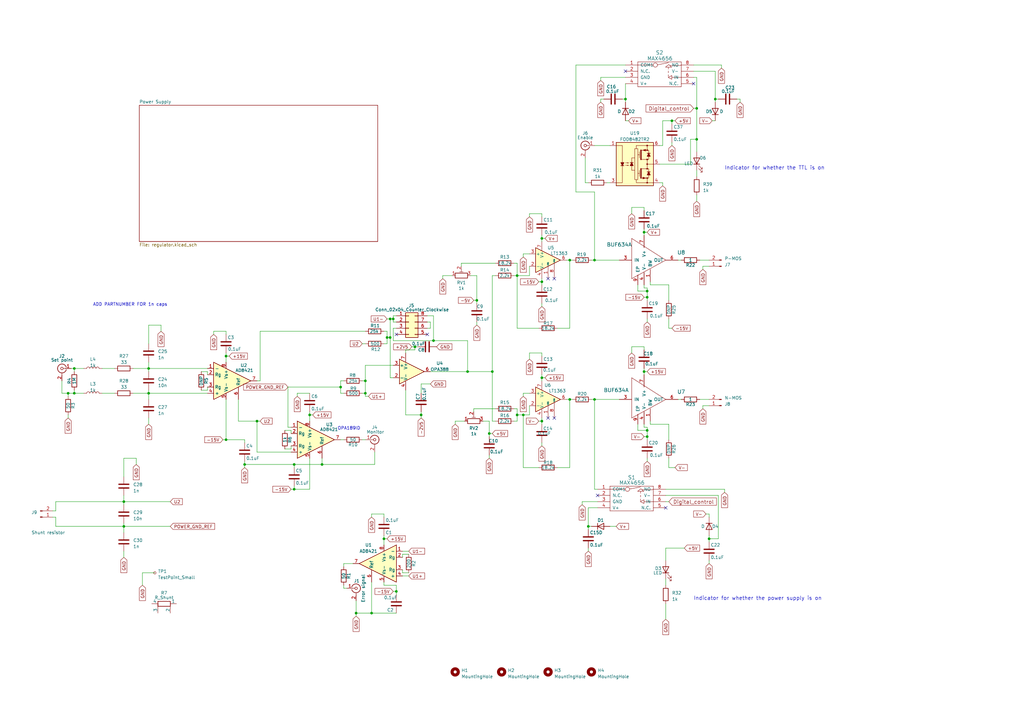
<source format=kicad_sch>
(kicad_sch (version 20230121) (generator eeschema)
  (paper "A3")
  (title_block (title "Schine Lab Circuit Combined") (date "2023-05-05") (rev "1") (comment 1 "By Jaden He"))
  (junction (at 158.75 138.43))
  (junction (at 264.16 152.4))
  (junction (at 161.29 130.81))
  (junction (at 222.25 172.72))
  (junction (at 293.37 40.64))
  (junction (at 212.09 113.03))
  (junction (at 222.25 154.94))
  (junction (at 105.41 172.72))
  (junction (at 243.84 106.68))
  (junction (at 160.02 138.43))
  (junction (at 265.43 119.38))
  (junction (at 152.4 251.46))
  (junction (at 149.86 156.21))
  (junction (at 214.63 170.18))
  (junction (at 265.43 176.53))
  (junction (at 170.18 142.24))
  (junction (at 285.75 44.45))
  (junction (at 157.48 220.98))
  (junction (at 275.59 49.53))
  (junction (at 201.93 152.4))
  (junction (at 191.77 152.4))
  (junction (at 290.83 220.98))
  (junction (at 30.48 161.29))
  (junction (at 92.71 180.34))
  (junction (at 27.94 161.29))
  (junction (at 100.33 190.5))
  (junction (at 162.56 242.57))
  (junction (at 132.08 190.5))
  (junction (at 256.54 40.64))
  (junction (at 92.71 146.05))
  (junction (at 200.66 177.8))
  (junction (at 50.8 205.74))
  (junction (at 241.3 215.9))
  (junction (at 265.43 179.07))
  (junction (at 233.68 106.68))
  (junction (at 172.72 170.18))
  (junction (at 50.8 215.9))
  (junction (at 120.65 190.5))
  (junction (at 177.8 139.7))
  (junction (at 149.86 161.29))
  (junction (at 222.25 115.57))
  (junction (at 233.68 163.83))
  (junction (at 60.96 161.29))
  (junction (at 60.96 151.13))
  (junction (at 195.58 123.19))
  (junction (at 120.65 200.66))
  (junction (at 146.05 251.46))
  (junction (at 265.43 121.92))
  (junction (at 264.16 95.25))
  (junction (at 243.84 163.83))
  (junction (at 160.02 130.81))
  (junction (at 139.7 158.75))
  (junction (at 222.25 97.79))
  (junction (at 285.75 57.15))
  (junction (at 30.48 151.13))
  (junction (at 127 170.18))
  (junction (at 212.09 170.18))
  (no_connect (at 175.26 137.16))
  (no_connect (at 284.48 34.29))
  (no_connect (at 162.56 137.16))
  (no_connect (at 256.54 29.21))
  (no_connect (at 227.33 114.3))
  (no_connect (at 245.11 203.2))
  (no_connect (at 273.05 208.28))
  (no_connect (at 224.79 114.3))
  (no_connect (at 227.33 171.45))
  (no_connect (at 224.79 171.45))
  (wire (pts (xy 161.29 132.08) (xy 162.56 132.08)))
  (wire (pts (xy 140.97 241.3) (xy 142.24 241.3)))
  (wire (pts (xy 140.97 231.14) (xy 144.78 231.14)))
  (wire (pts (xy 176.53 157.48) (xy 172.72 157.48)))
  (wire (pts (xy 158.75 130.81) (xy 160.02 130.81)))
  (wire (pts (xy 265.43 175.26) (xy 265.43 176.53)))
  (wire (pts (xy 264.16 175.26) (xy 265.43 175.26)))
  (wire (pts (xy 85.09 160.02) (xy 82.55 160.02)))
  (wire (pts (xy 165.1 234.95) (xy 165.1 233.68)))
  (wire (pts (xy 241.3 215.9) (xy 241.3 208.28)))
  (wire (pts (xy 152.4 251.46) (xy 162.56 251.46)))
  (wire (pts (xy 289.56 210.82) (xy 290.83 210.82)))
  (wire (pts (xy 233.68 106.68) (xy 233.68 134.62)))
  (wire (pts (xy 161.29 134.62) (xy 161.29 139.7)))
  (wire (pts (xy 265.43 179.07) (xy 265.43 180.34)))
  (wire (pts (xy 243.84 163.83) (xy 243.84 200.66)))
  (wire (pts (xy 27.94 161.29) (xy 25.4 161.29)))
  (wire (pts (xy 290.83 210.82) (xy 290.83 212.09)))
  (wire (pts (xy 60.96 148.59) (xy 60.96 151.13)))
  (wire (pts (xy 222.25 114.3) (xy 222.25 115.57)))
  (wire (pts (xy 275.59 49.53) (xy 275.59 50.8)))
  (wire (pts (xy 243.84 106.68) (xy 254 106.68)))
  (wire (pts (xy 233.68 163.83) (xy 234.95 163.83)))
  (wire (pts (xy 119.38 184.15) (xy 116.84 184.15)))
  (wire (pts (xy 287.02 163.83) (xy 290.83 163.83)))
  (wire (pts (xy 265.43 121.92) (xy 265.43 123.19)))
  (wire (pts (xy 214.63 162.56) (xy 214.63 161.29)))
  (wire (pts (xy 266.7 173.99) (xy 274.32 173.99)))
  (wire (pts (xy 177.8 139.7) (xy 191.77 139.7)))
  (wire (pts (xy 273.05 203.2) (xy 294.64 203.2)))
  (wire (pts (xy 274.32 134.62) (xy 274.32 130.81)))
  (wire (pts (xy 50.8 205.74) (xy 69.85 205.74)))
  (wire (pts (xy 60.96 161.29) (xy 60.96 163.83)))
  (wire (pts (xy 132.08 187.96) (xy 132.08 190.5)))
  (wire (pts (xy 270.51 67.31) (xy 283.21 67.31)))
  (wire (pts (xy 265.43 118.11) (xy 265.43 119.38)))
  (wire (pts (xy 290.83 229.87) (xy 290.83 231.14)))
  (wire (pts (xy 261.62 173.99) (xy 261.62 176.53)))
  (wire (pts (xy 146.05 246.38) (xy 146.05 251.46)))
  (wire (pts (xy 243.84 78.74) (xy 236.22 78.74)))
  (wire (pts (xy 92.71 180.34) (xy 100.33 180.34)))
  (wire (pts (xy 139.7 161.29) (xy 140.97 161.29)))
  (wire (pts (xy 278.13 106.68) (xy 279.4 106.68)))
  (wire (pts (xy 166.37 170.18) (xy 166.37 160.02)))
  (wire (pts (xy 140.97 240.03) (xy 140.97 241.3)))
  (wire (pts (xy 212.09 107.95) (xy 212.09 113.03)))
  (wire (pts (xy 66.04 135.89) (xy 66.04 133.35)))
  (wire (pts (xy 238.76 205.74) (xy 238.76 207.01)))
  (wire (pts (xy 217.17 144.78) (xy 222.25 144.78)))
  (wire (pts (xy 214.63 191.77) (xy 220.98 191.77)))
  (wire (pts (xy 212.09 167.64) (xy 210.82 167.64)))
  (wire (pts (xy 236.22 26.67) (xy 256.54 26.67)))
  (wire (pts (xy 160.02 138.43) (xy 160.02 130.81)))
  (wire (pts (xy 87.63 137.16) (xy 87.63 135.89)))
  (wire (pts (xy 22.86 212.09) (xy 22.86 215.9)))
  (wire (pts (xy 161.29 149.86) (xy 149.86 149.86)))
  (wire (pts (xy 160.02 130.81) (xy 161.29 130.81)))
  (wire (pts (xy 21.59 212.09) (xy 22.86 212.09)))
  (wire (pts (xy 105.41 172.72) (xy 105.41 185.42)))
  (wire (pts (xy 246.38 40.64) (xy 247.65 40.64)))
  (wire (pts (xy 157.48 220.98) (xy 157.48 219.71)))
  (wire (pts (xy 222.25 96.52) (xy 222.25 97.79)))
  (wire (pts (xy 212.09 170.18) (xy 212.09 167.64)))
  (wire (pts (xy 127 168.91) (xy 127 170.18)))
  (wire (pts (xy 293.37 29.21) (xy 293.37 40.64)))
  (wire (pts (xy 191.77 152.4) (xy 201.93 152.4)))
  (wire (pts (xy 127 187.96) (xy 127 200.66)))
  (wire (pts (xy 294.64 203.2) (xy 294.64 220.98)))
  (wire (pts (xy 50.8 215.9) (xy 50.8 218.44)))
  (wire (pts (xy 152.4 210.82) (xy 152.4 212.09)))
  (wire (pts (xy 222.25 87.63) (xy 222.25 88.9)))
  (wire (pts (xy 222.25 154.94) (xy 223.52 154.94)))
  (wire (pts (xy 176.53 132.08) (xy 175.26 132.08)))
  (wire (pts (xy 222.25 97.79) (xy 222.25 99.06)))
  (wire (pts (xy 276.86 49.53) (xy 275.59 49.53)))
  (wire (pts (xy 261.62 176.53) (xy 265.43 176.53)))
  (wire (pts (xy 146.05 251.46) (xy 152.4 251.46)))
  (wire (pts (xy 119.38 177.8) (xy 119.38 176.53)))
  (wire (pts (xy 172.72 171.45) (xy 172.72 170.18)))
  (wire (pts (xy 100.33 189.23) (xy 100.33 190.5)))
  (wire (pts (xy 119.38 176.53) (xy 116.84 176.53)))
  (wire (pts (xy 161.29 139.7) (xy 177.8 139.7)))
  (wire (pts (xy 166.37 144.78) (xy 166.37 143.51)))
  (wire (pts (xy 87.63 135.89) (xy 92.71 135.89)))
  (wire (pts (xy 266.7 116.84) (xy 274.32 116.84)))
  (wire (pts (xy 241.3 215.9) (xy 241.3 217.17)))
  (wire (pts (xy 149.86 156.21) (xy 149.86 161.29)))
  (wire (pts (xy 210.82 107.95) (xy 212.09 107.95)))
  (wire (pts (xy 265.43 119.38) (xy 265.43 121.92)))
  (wire (pts (xy 284.48 29.21) (xy 293.37 29.21)))
  (wire (pts (xy 297.18 200.66) (xy 297.18 201.93)))
  (wire (pts (xy 193.04 113.03) (xy 195.58 113.03)))
  (wire (pts (xy 273.05 224.79) (xy 273.05 229.87)))
  (wire (pts (xy 256.54 49.53) (xy 257.81 49.53)))
  (wire (pts (xy 222.25 153.67) (xy 222.25 154.94)))
  (wire (pts (xy 212.09 134.62) (xy 220.98 134.62)))
  (wire (pts (xy 222.25 124.46) (xy 222.25 125.73)))
  (wire (pts (xy 165.1 234.95) (xy 167.64 234.95)))
  (wire (pts (xy 148.59 161.29) (xy 149.86 161.29)))
  (wire (pts (xy 232.41 106.68) (xy 233.68 106.68)))
  (wire (pts (xy 290.83 109.22) (xy 288.29 109.22)))
  (wire (pts (xy 22.86 215.9) (xy 50.8 215.9)))
  (wire (pts (xy 21.59 209.55) (xy 22.86 209.55)))
  (wire (pts (xy 118.11 158.75) (xy 139.7 158.75)))
  (wire (pts (xy 220.98 172.72) (xy 222.25 172.72)))
  (wire (pts (xy 214.63 104.14) (xy 217.17 104.14)))
  (wire (pts (xy 166.37 143.51) (xy 170.18 143.51)))
  (wire (pts (xy 120.65 191.77) (xy 120.65 190.5)))
  (wire (pts (xy 97.79 172.72) (xy 105.41 172.72)))
  (wire (pts (xy 60.96 133.35) (xy 60.96 140.97)))
  (wire (pts (xy 30.48 151.13) (xy 30.48 152.4)))
  (wire (pts (xy 278.13 163.83) (xy 279.4 163.83)))
  (wire (pts (xy 264.16 116.84) (xy 264.16 118.11)))
  (wire (pts (xy 162.56 134.62) (xy 161.29 134.62)))
  (wire (pts (xy 293.37 40.64) (xy 294.64 40.64)))
  (wire (pts (xy 270.51 59.69) (xy 271.78 59.69)))
  (wire (pts (xy 284.48 44.45) (xy 285.75 44.45)))
  (wire (pts (xy 242.57 106.68) (xy 243.84 106.68)))
  (wire (pts (xy 167.64 227.33) (xy 165.1 227.33)))
  (wire (pts (xy 264.16 85.09) (xy 264.16 86.36)))
  (wire (pts (xy 132.08 190.5) (xy 153.67 190.5)))
  (wire (pts (xy 29.21 151.13) (xy 30.48 151.13)))
  (wire (pts (xy 149.86 162.56) (xy 151.13 162.56)))
  (wire (pts (xy 285.75 31.75) (xy 285.75 44.45)))
  (wire (pts (xy 120.65 199.39) (xy 120.65 200.66)))
  (wire (pts (xy 303.53 40.64) (xy 303.53 41.91)))
  (wire (pts (xy 160.02 138.43) (xy 158.75 138.43)))
  (wire (pts (xy 161.29 130.81) (xy 161.29 129.54)))
  (wire (pts (xy 232.41 163.83) (xy 233.68 163.83)))
  (wire (pts (xy 181.61 113.03) (xy 185.42 113.03)))
  (wire (pts (xy 152.4 210.82) (xy 157.48 210.82)))
  (wire (pts (xy 284.48 26.67) (xy 295.91 26.67)))
  (wire (pts (xy 248.92 74.93) (xy 250.19 74.93)))
  (wire (pts (xy 264.16 142.24) (xy 264.16 143.51)))
  (wire (pts (xy 149.86 161.29) (xy 149.86 162.56)))
  (wire (pts (xy 200.66 186.69) (xy 200.66 187.96)))
  (wire (pts (xy 201.93 152.4) (xy 201.93 113.03)))
  (wire (pts (xy 161.29 129.54) (xy 162.56 129.54)))
  (wire (pts (xy 30.48 151.13) (xy 34.29 151.13)))
  (wire (pts (xy 217.17 166.37) (xy 217.17 170.18)))
  (wire (pts (xy 195.58 124.46) (xy 195.58 123.19)))
  (wire (pts (xy 275.59 134.62) (xy 274.32 134.62)))
  (wire (pts (xy 148.59 140.97) (xy 149.86 140.97)))
  (wire (pts (xy 288.29 109.22) (xy 288.29 110.49)))
  (wire (pts (xy 233.68 163.83) (xy 233.68 191.77)))
  (wire (pts (xy 264.16 121.92) (xy 265.43 121.92)))
  (wire (pts (xy 266.7 172.72) (xy 266.7 173.99)))
  (wire (pts (xy 212.09 113.03) (xy 217.17 113.03)))
  (wire (pts (xy 285.75 57.15) (xy 285.75 62.23)))
  (wire (pts (xy 210.82 172.72) (xy 212.09 172.72)))
  (wire (pts (xy 302.26 40.64) (xy 303.53 40.64)))
  (wire (pts (xy 175.26 134.62) (xy 176.53 134.62)))
  (wire (pts (xy 105.41 172.72) (xy 106.68 172.72)))
  (wire (pts (xy 243.84 106.68) (xy 243.84 78.74)))
  (wire (pts (xy 30.48 161.29) (xy 30.48 160.02)))
  (wire (pts (xy 273.05 247.65) (xy 273.05 254)))
  (wire (pts (xy 27.94 161.29) (xy 27.94 162.56)))
  (wire (pts (xy 22.86 205.74) (xy 50.8 205.74)))
  (wire (pts (xy 217.17 109.22) (xy 217.17 113.03)))
  (wire (pts (xy 161.29 242.57) (xy 162.56 242.57)))
  (wire (pts (xy 85.09 152.4) (xy 82.55 152.4)))
  (wire (pts (xy 271.78 49.53) (xy 275.59 49.53)))
  (wire (pts (xy 214.63 170.18) (xy 217.17 170.18)))
  (wire (pts (xy 118.11 158.75) (xy 118.11 175.26)))
  (wire (pts (xy 255.27 40.64) (xy 256.54 40.64)))
  (wire (pts (xy 139.7 158.75) (xy 139.7 156.21)))
  (wire (pts (xy 146.05 251.46) (xy 146.05 252.73)))
  (wire (pts (xy 270.51 74.93) (xy 271.78 74.93)))
  (wire (pts (xy 241.3 224.79) (xy 241.3 226.06)))
  (wire (pts (xy 264.16 152.4) (xy 264.16 153.67)))
  (wire (pts (xy 264.16 151.13) (xy 264.16 152.4)))
  (wire (pts (xy 162.56 243.84) (xy 162.56 242.57)))
  (wire (pts (xy 119.38 200.66) (xy 120.65 200.66)))
  (wire (pts (xy 203.2 172.72) (xy 201.93 172.72)))
  (wire (pts (xy 271.78 59.69) (xy 271.78 49.53)))
  (wire (pts (xy 265.43 130.81) (xy 265.43 132.08)))
  (wire (pts (xy 266.7 115.57) (xy 266.7 116.84)))
  (wire (pts (xy 265.43 176.53) (xy 265.43 179.07)))
  (wire (pts (xy 106.68 156.21) (xy 106.68 135.89)))
  (wire (pts (xy 170.18 142.24) (xy 168.91 142.24)))
  (wire (pts (xy 100.33 190.5) (xy 120.65 190.5)))
  (wire (pts (xy 66.04 133.35) (xy 60.96 133.35)))
  (wire (pts (xy 285.75 44.45) (xy 285.75 57.15)))
  (wire (pts (xy 92.71 163.83) (xy 92.71 180.34)))
  (wire (pts (xy 201.93 113.03) (xy 203.2 113.03)))
  (wire (pts (xy 256.54 34.29) (xy 256.54 40.64)))
  (wire (pts (xy 275.59 58.42) (xy 275.59 59.69)))
  (wire (pts (xy 195.58 132.08) (xy 195.58 133.35)))
  (wire (pts (xy 50.8 226.06) (xy 50.8 228.6)))
  (wire (pts (xy 264.16 173.99) (xy 264.16 175.26)))
  (wire (pts (xy 261.62 119.38) (xy 265.43 119.38)))
  (wire (pts (xy 233.68 106.68) (xy 234.95 106.68)))
  (wire (pts (xy 228.6 191.77) (xy 233.68 191.77)))
  (wire (pts (xy 195.58 123.19) (xy 194.31 123.19)))
  (wire (pts (xy 148.59 180.34) (xy 149.86 180.34)))
  (wire (pts (xy 287.02 106.68) (xy 290.83 106.68)))
  (wire (pts (xy 222.25 172.72) (xy 222.25 173.99)))
  (wire (pts (xy 58.42 234.95) (xy 58.42 240.03)))
  (wire (pts (xy 194.31 167.64) (xy 203.2 167.64)))
  (wire (pts (xy 165.1 226.06) (xy 167.64 226.06)))
  (wire (pts (xy 241.3 215.9) (xy 242.57 215.9)))
  (wire (pts (xy 212.09 170.18) (xy 214.63 170.18)))
  (wire (pts (xy 30.48 161.29) (xy 27.94 161.29)))
  (wire (pts (xy 250.19 215.9) (xy 252.73 215.9)))
  (wire (pts (xy 256.54 40.64) (xy 256.54 41.91)))
  (wire (pts (xy 175.26 129.54) (xy 177.8 129.54)))
  (wire (pts (xy 157.48 210.82) (xy 157.48 212.09)))
  (wire (pts (xy 290.83 220.98) (xy 290.83 222.25)))
  (wire (pts (xy 105.41 156.21) (xy 106.68 156.21)))
  (wire (pts (xy 214.63 105.41) (xy 214.63 104.14)))
  (wire (pts (xy 127 161.29) (xy 121.92 161.29)))
  (wire (pts (xy 222.25 181.61) (xy 222.25 182.88)))
  (wire (pts (xy 172.72 157.48) (xy 172.72 161.29)))
  (wire (pts (xy 149.86 149.86) (xy 149.86 156.21)))
  (wire (pts (xy 177.8 129.54) (xy 177.8 139.7)))
  (wire (pts (xy 176.53 134.62) (xy 176.53 132.08)))
  (wire (pts (xy 148.59 156.21) (xy 149.86 156.21)))
  (wire (pts (xy 60.96 171.45) (xy 60.96 173.99)))
  (wire (pts (xy 157.48 220.98) (xy 158.75 220.98)))
  (wire (pts (xy 54.61 151.13) (xy 60.96 151.13)))
  (wire (pts (xy 189.23 107.95) (xy 203.2 107.95)))
  (wire (pts (xy 106.68 135.89) (xy 149.86 135.89)))
  (wire (pts (xy 55.88 187.96) (xy 50.8 187.96)))
  (wire (pts (xy 264.16 95.25) (xy 264.16 96.52)))
  (wire (pts (xy 290.83 166.37) (xy 288.29 166.37)))
  (wire (pts (xy 139.7 156.21) (xy 140.97 156.21)))
  (wire (pts (xy 259.08 85.09) (xy 264.16 85.09)))
  (wire (pts (xy 264.16 179.07) (xy 265.43 179.07)))
  (wire (pts (xy 50.8 205.74) (xy 50.8 207.01)))
  (wire (pts (xy 157.48 240.03) (xy 162.56 240.03)))
  (wire (pts (xy 157.48 223.52) (xy 157.48 220.98)))
  (wire (pts (xy 50.8 215.9) (xy 69.85 215.9)))
  (wire (pts (xy 259.08 142.24) (xy 259.08 144.78)))
  (wire (pts (xy 157.48 238.76) (xy 157.48 240.03)))
  (wire (pts (xy 236.22 78.74) (xy 236.22 26.67)))
  (wire (pts (xy 214.63 170.18) (xy 214.63 191.77)))
  (wire (pts (xy 217.17 147.32) (xy 217.17 144.78)))
  (wire (pts (xy 119.38 182.88) (xy 119.38 184.15)))
  (wire (pts (xy 92.71 146.05) (xy 92.71 148.59)))
  (wire (pts (xy 222.25 97.79) (xy 223.52 97.79)))
  (wire (pts (xy 30.48 161.29) (xy 34.29 161.29)))
  (wire (pts (xy 172.72 170.18) (xy 166.37 170.18)))
  (wire (pts (xy 222.25 154.94) (xy 222.25 156.21)))
  (wire (pts (xy 60.96 161.29) (xy 60.96 160.02)))
  (wire (pts (xy 176.53 152.4) (xy 191.77 152.4)))
  (wire (pts (xy 194.31 168.91) (xy 194.31 167.64)))
  (wire (pts (xy 120.65 200.66) (xy 127 200.66)))
  (wire (pts (xy 171.45 142.24) (xy 170.18 142.24)))
  (wire (pts (xy 273.05 224.79) (xy 280.67 224.79)))
  (wire (pts (xy 212.09 113.03) (xy 212.09 134.62)))
  (wire (pts (xy 97.79 163.83) (xy 97.79 172.72)))
  (wire (pts (xy 25.4 161.29) (xy 25.4 156.21)))
  (wire (pts (xy 220.98 115.57) (xy 222.25 115.57)))
  (wire (pts (xy 100.33 190.5) (xy 100.33 191.77)))
  (wire (pts (xy 293.37 41.91) (xy 293.37 40.64)))
  (wire (pts (xy 264.16 93.98) (xy 264.16 95.25)))
  (wire (pts (xy 60.96 151.13) (xy 85.09 151.13)))
  (wire (pts (xy 264.16 118.11) (xy 265.43 118.11)))
  (wire (pts (xy 191.77 139.7) (xy 191.77 152.4)))
  (wire (pts (xy 55.88 190.5) (xy 55.88 187.96)))
  (wire (pts (xy 274.32 173.99) (xy 274.32 180.34)))
  (wire (pts (xy 54.61 161.29) (xy 60.96 161.29)))
  (wire (pts (xy 92.71 144.78) (xy 92.71 146.05)))
  (wire (pts (xy 259.08 142.24) (xy 264.16 142.24)))
  (wire (pts (xy 259.08 85.09) (xy 259.08 87.63)))
  (wire (pts (xy 152.4 251.46) (xy 152.4 238.76)))
  (wire (pts (xy 242.57 163.83) (xy 243.84 163.83)))
  (wire (pts (xy 283.21 57.15) (xy 283.21 67.31)))
  (wire (pts (xy 284.48 31.75) (xy 285.75 31.75)))
  (wire (pts (xy 200.66 172.72) (xy 198.12 172.72)))
  (wire (pts (xy 200.66 177.8) (xy 200.66 179.07)))
  (wire (pts (xy 161.29 154.94) (xy 160.02 154.94)))
  (wire (pts (xy 238.76 205.74) (xy 245.11 205.74)))
  (wire (pts (xy 50.8 187.96) (xy 50.8 195.58)))
  (wire (pts (xy 285.75 57.15) (xy 283.21 57.15)))
  (wire (pts (xy 170.18 142.24) (xy 170.18 143.51)))
  (wire (pts (xy 92.71 146.05) (xy 93.98 146.05)))
  (wire (pts (xy 273.05 205.74) (xy 274.32 205.74)))
  (wire (pts (xy 222.25 144.78) (xy 222.25 146.05)))
  (wire (pts (xy 240.03 74.93) (xy 241.3 74.93)))
  (wire (pts (xy 265.43 152.4) (xy 264.16 152.4)))
  (wire (pts (xy 165.1 236.22) (xy 167.64 236.22)))
  (wire (pts (xy 214.63 161.29) (xy 217.17 161.29)))
  (wire (pts (xy 162.56 242.57) (xy 162.56 240.03)))
  (wire (pts (xy 189.23 109.22) (xy 189.23 107.95)))
  (wire (pts (xy 222.25 115.57) (xy 222.25 116.84)))
  (wire (pts (xy 274.32 116.84) (xy 274.32 123.19)))
  (wire (pts (xy 165.1 227.33) (xy 165.1 228.6)))
  (wire (pts (xy 153.67 185.42) (xy 153.67 190.5)))
  (wire (pts (xy 274.32 191.77) (xy 276.86 191.77)))
  (wire (pts (xy 60.96 151.13) (xy 60.96 152.4)))
  (wire (pts (xy 160.02 138.43) (xy 160.02 154.94)))
  (wire (pts (xy 290.83 220.98) (xy 294.64 220.98)))
  (wire (pts (xy 222.25 171.45) (xy 222.25 172.72)))
  (wire (pts (xy 243.84 59.69) (xy 250.19 59.69)))
  (wire (pts (xy 201.93 152.4) (xy 201.93 172.72)))
  (wire (pts (xy 158.75 135.89) (xy 158.75 138.43)))
  (wire (pts (xy 41.91 151.13) (xy 46.99 151.13)))
  (wire (pts (xy 50.8 215.9) (xy 50.8 214.63)))
  (wire (pts (xy 85.09 161.29) (xy 60.96 161.29)))
  (wire (pts (xy 118.11 175.26) (xy 119.38 175.26)))
  (wire (pts (xy 285.75 80.01) (xy 285.75 82.55)))
  (wire (pts (xy 158.75 138.43) (xy 158.75 140.97)))
  (wire (pts (xy 139.7 161.29) (xy 139.7 158.75)))
  (wire (pts (xy 243.84 200.66) (xy 245.11 200.66)))
  (wire (pts (xy 246.38 40.64) (xy 246.38 41.91)))
  (wire (pts (xy 200.66 172.72) (xy 200.66 177.8)))
  (wire (pts (xy 157.48 135.89) (xy 158.75 135.89)))
  (wire (pts (xy 233.68 134.62) (xy 228.6 134.62)))
  (wire (pts (xy 241.3 208.28) (xy 245.11 208.28)))
  (wire (pts (xy 91.44 180.34) (xy 92.71 180.34)))
  (wire (pts (xy 217.17 87.63) (xy 222.25 87.63)))
  (wire (pts (xy 172.72 170.18) (xy 172.72 168.91)))
  (wire (pts (xy 127 170.18) (xy 128.27 170.18)))
  (wire (pts (xy 85.09 153.67) (xy 85.09 152.4)))
  (wire (pts (xy 92.71 135.89) (xy 92.71 137.16)))
  (wire (pts (xy 22.86 209.55) (xy 22.86 205.74)))
  (wire (pts (xy 121.92 161.29) (xy 121.92 162.56)))
  (wire (pts (xy 274.32 191.77) (xy 274.32 187.96)))
  (wire (pts (xy 246.38 33.02) (xy 246.38 31.75)))
  (wire (pts (xy 288.29 166.37) (xy 288.29 167.64)))
  (wire (pts (xy 210.82 113.03) (xy 212.09 113.03)))
  (wire (pts (xy 292.1 49.53) (xy 293.37 49.53)))
  (wire (pts (xy 190.5 172.72) (xy 186.69 172.72)))
  (wire (pts (xy 186.69 172.72) (xy 186.69 173.99)))
  (wire (pts (xy 195.58 113.03) (xy 195.58 123.19)))
  (wire (pts (xy 161.29 132.08) (xy 161.29 130.81)))
  (wire (pts (xy 273.05 237.49) (xy 273.05 240.03)))
  (wire (pts (xy 27.94 170.18) (xy 27.94 171.45)))
  (wire (pts (xy 139.7 180.34) (xy 140.97 180.34)))
  (wire (pts (xy 243.84 163.83) (xy 254 163.83)))
  (wire (pts (xy 127 170.18) (xy 127 172.72)))
  (wire (pts (xy 212.09 172.72) (xy 212.09 170.18)))
  (wire (pts (xy 265.43 187.96) (xy 265.43 189.23)))
  (wire (pts (xy 85.09 158.75) (xy 85.09 160.02)))
  (wire (pts (xy 63.5 234.95) (xy 58.42 234.95)))
  (wire (pts (xy 181.61 114.3) (xy 181.61 113.03)))
  (wire (pts (xy 100.33 181.61) (xy 100.33 180.34)))
  (wire (pts (xy 200.66 177.8) (xy 201.93 177.8)))
  (wire (pts (xy 271.78 76.2) (xy 271.78 74.93)))
  (wire (pts (xy 295.91 26.67) (xy 295.91 27.94)))
  (wire (pts (xy 158.75 140.97) (xy 157.48 140.97)))
  (wire (pts (xy 261.62 116.84) (xy 261.62 119.38)))
  (wire (pts (xy 119.38 185.42) (xy 105.41 185.42)))
  (wire (pts (xy 240.03 64.77) (xy 240.03 74.93)))
  (wire (pts (xy 285.75 69.85) (xy 285.75 72.39)))
  (wire (pts (xy 50.8 203.2) (xy 50.8 205.74)))
  (wire (pts (xy 217.17 87.63) (xy 217.17 88.9)))
  (wire (pts (xy 41.91 161.29) (xy 46.99 161.29)))
  (wire (pts (xy 120.65 190.5) (xy 132.08 190.5)))
  (wire (pts (xy 273.05 200.66) (xy 297.18 200.66)))
  (wire (pts (xy 140.97 232.41) (xy 140.97 231.14)))
  (wire (pts (xy 290.83 219.71) (xy 290.83 220.98)))
  (wire (pts (xy 264.16 95.25) (xy 265.43 95.25)))
  (wire (pts (xy 246.38 31.75) (xy 256.54 31.75)))
  (text "ADD PARTNUMBER FOR 1n caps" (at 38.1 125.73 0) (effects (font (size 1.27 1.27)) (justify left bottom)))
  (text "Indicator for whether the TTL is on" (at 297.18 69.85 0) (effects (font (size 1.524 1.524)) (justify left bottom)))
  (text "Indicator for whether the power supply is on" (at 284.48 246.38 0) (effects (font (size 1.524 1.524)) (justify left bottom)))
  (text "OPA189ID" (at 138.43 176.53 0) (effects (font (size 1.27 1.27)) (justify left bottom)))
  (global_label "GND" (shape input) (at 186.69 173.99 270) (property "Intersheetrefs" "${INTERSHEET_REFS}" (effects hide)))
  (global_label "+5V" (shape input) (at 280.67 224.79 0) (property "Intersheetrefs" "${INTERSHEET_REFS}" (effects hide)))
  (global_label "V+" (shape input) (at 223.52 97.79 0) (property "Intersheetrefs" "${INTERSHEET_REFS}" (effects hide)))
  (global_label "GND" (shape input) (at 241.3 226.06 270) (property "Intersheetrefs" "${INTERSHEET_REFS}" (effects hide)))
  (global_label "-15V" (shape input) (at 220.98 115.57 180) (property "Intersheetrefs" "${INTERSHEET_REFS}" (effects hide)))
  (global_label "GND" (shape input) (at 87.63 137.16 270) (property "Intersheetrefs" "${INTERSHEET_REFS}" (effects hide)))
  (global_label "GND" (shape input) (at 181.61 114.3 270) (property "Intersheetrefs" "${INTERSHEET_REFS}" (effects hide)))
  (global_label "-15V" (shape input) (at 161.29 242.57 180) (property "Intersheetrefs" "${INTERSHEET_REFS}" (effects hide)))
  (global_label "Digital_control" (shape input) (at 284.48 44.45 180) (effects (font (size 1.524 1.524))) (property "Intersheetrefs" "${INTERSHEET_REFS}" (effects hide)))
  (global_label "GND" (shape input) (at 246.38 33.02 270) (property "Intersheetrefs" "${INTERSHEET_REFS}" (effects hide)))
  (global_label "GND" (shape input) (at 297.18 201.93 270) (property "Intersheetrefs" "${INTERSHEET_REFS}" (effects hide)))
  (global_label "GND" (shape input) (at 214.63 105.41 270) (property "Intersheetrefs" "${INTERSHEET_REFS}" (effects hide)))
  (global_label "V+" (shape input) (at 257.81 49.53 0) (property "Intersheetrefs" "${INTERSHEET_REFS}" (effects hide)))
  (global_label "V-" (shape input) (at 276.86 191.77 0) (property "Intersheetrefs" "${INTERSHEET_REFS}" (effects hide)))
  (global_label "U1-" (shape input) (at 158.75 130.81 180) (property "Intersheetrefs" "${INTERSHEET_REFS}" (effects hide)))
  (global_label "GND" (shape input) (at 265.43 132.08 270) (property "Intersheetrefs" "${INTERSHEET_REFS}" (effects hide)))
  (global_label "GND" (shape input) (at 195.58 133.35 270) (property "Intersheetrefs" "${INTERSHEET_REFS}" (effects hide)))
  (global_label "GND" (shape input) (at 100.33 191.77 270) (property "Intersheetrefs" "${INTERSHEET_REFS}" (effects hide)))
  (global_label "U2" (shape input) (at 106.68 172.72 0) (property "Intersheetrefs" "${INTERSHEET_REFS}" (effects hide)))
  (global_label "POWER_GND_REF" (shape input) (at 69.85 215.9 0) (property "Intersheetrefs" "${INTERSHEET_REFS}" (effects hide)))
  (global_label "-15V" (shape input) (at 91.44 180.34 180) (property "Intersheetrefs" "${INTERSHEET_REFS}" (effects hide)))
  (global_label "POWER_GND_REF" (shape input) (at 118.11 158.75 180) (property "Intersheetrefs" "${INTERSHEET_REFS}" (effects hide)))
  (global_label "+15V" (shape input) (at 158.75 220.98 0) (property "Intersheetrefs" "${INTERSHEET_REFS}" (effects hide)))
  (global_label "U2" (shape input) (at 69.85 205.74 0) (property "Intersheetrefs" "${INTERSHEET_REFS}" (effects hide)))
  (global_label "V+" (shape input) (at 265.43 95.25 0) (property "Intersheetrefs" "${INTERSHEET_REFS}" (effects hide)))
  (global_label "-5V" (shape input) (at 194.31 123.19 180) (property "Intersheetrefs" "${INTERSHEET_REFS}" (effects hide)))
  (global_label "+5V" (shape input) (at 201.93 177.8 0) (property "Intersheetrefs" "${INTERSHEET_REFS}" (effects hide)))
  (global_label "GND" (shape input) (at 288.29 167.64 270) (property "Intersheetrefs" "${INTERSHEET_REFS}" (effects hide)))
  (global_label "GND" (shape input) (at 179.07 142.24 0) (property "Intersheetrefs" "${INTERSHEET_REFS}" (effects hide)))
  (global_label "GND" (shape input) (at 217.17 88.9 270) (property "Intersheetrefs" "${INTERSHEET_REFS}" (effects hide)))
  (global_label "GND" (shape input) (at 290.83 231.14 270) (property "Intersheetrefs" "${INTERSHEET_REFS}" (effects hide)))
  (global_label "-15V" (shape input) (at 264.16 121.92 180) (property "Intersheetrefs" "${INTERSHEET_REFS}" (effects hide)))
  (global_label "V+" (shape input) (at 252.73 215.9 0) (property "Intersheetrefs" "${INTERSHEET_REFS}" (effects hide)))
  (global_label "+15V" (shape input) (at 128.27 170.18 0) (property "Intersheetrefs" "${INTERSHEET_REFS}" (effects hide)))
  (global_label "GND" (shape input) (at 303.53 41.91 270) (property "Intersheetrefs" "${INTERSHEET_REFS}" (effects hide)))
  (global_label "+5V" (shape input) (at 276.86 49.53 0) (property "Intersheetrefs" "${INTERSHEET_REFS}" (effects hide)))
  (global_label "V-" (shape input) (at 220.98 172.72 180) (property "Intersheetrefs" "${INTERSHEET_REFS}" (effects hide)))
  (global_label "U1+" (shape input) (at 167.64 236.22 0) (property "Intersheetrefs" "${INTERSHEET_REFS}" (effects hide)))
  (global_label "+2V5" (shape input) (at 168.91 142.24 180) (property "Intersheetrefs" "${INTERSHEET_REFS}" (effects hide)))
  (global_label "U1+" (shape input) (at 151.13 162.56 0) (property "Intersheetrefs" "${INTERSHEET_REFS}" (effects hide)))
  (global_label "GND" (shape input) (at 58.42 240.03 270) (property "Intersheetrefs" "${INTERSHEET_REFS}" (effects hide)))
  (global_label "-2V5" (shape input) (at 172.72 171.45 270) (property "Intersheetrefs" "${INTERSHEET_REFS}" (effects hide)))
  (global_label "GND" (shape input) (at 246.38 41.91 270) (property "Intersheetrefs" "${INTERSHEET_REFS}" (effects hide)))
  (global_label "GND" (shape input) (at 60.96 173.99 270) (property "Intersheetrefs" "${INTERSHEET_REFS}" (effects hide)))
  (global_label "Digital_control" (shape input) (at 274.32 205.74 0) (effects (font (size 1.524 1.524))) (property "Intersheetrefs" "${INTERSHEET_REFS}" (effects hide)))
  (global_label "GND" (shape input) (at 265.43 189.23 270) (property "Intersheetrefs" "${INTERSHEET_REFS}" (effects hide)))
  (global_label "U2" (shape input) (at 148.59 140.97 180) (property "Intersheetrefs" "${INTERSHEET_REFS}" (effects hide)))
  (global_label "GND" (shape input) (at 152.4 212.09 270) (property "Intersheetrefs" "${INTERSHEET_REFS}" (effects hide)))
  (global_label "U1-" (shape input) (at 167.64 226.06 0) (property "Intersheetrefs" "${INTERSHEET_REFS}" (effects hide)))
  (global_label "GND" (shape input) (at 273.05 254 270) (property "Intersheetrefs" "${INTERSHEET_REFS}" (effects hide)))
  (global_label "GND" (shape input) (at 259.08 87.63 270) (property "Intersheetrefs" "${INTERSHEET_REFS}" (effects hide)))
  (global_label "GND" (shape input) (at 50.8 228.6 270) (property "Intersheetrefs" "${INTERSHEET_REFS}" (effects hide)))
  (global_label "GND" (shape input) (at 275.59 59.69 270) (property "Intersheetrefs" "${INTERSHEET_REFS}" (effects hide)))
  (global_label "GND" (shape input) (at 214.63 162.56 270) (property "Intersheetrefs" "${INTERSHEET_REFS}" (effects hide)))
  (global_label "GND" (shape input) (at 121.92 162.56 270) (property "Intersheetrefs" "${INTERSHEET_REFS}" (effects hide)))
  (global_label "GND" (shape input) (at 288.29 110.49 270) (property "Intersheetrefs" "${INTERSHEET_REFS}" (effects hide)))
  (global_label "GND" (shape input) (at 55.88 190.5 270) (property "Intersheetrefs" "${INTERSHEET_REFS}" (effects hide)))
  (global_label "GND" (shape input) (at 285.75 82.55 270) (property "Intersheetrefs" "${INTERSHEET_REFS}" (effects hide)))
  (global_label "GND" (shape input) (at 27.94 171.45 270) (property "Intersheetrefs" "${INTERSHEET_REFS}" (effects hide)))
  (global_label "+15V" (shape input) (at 223.52 154.94 0) (property "Intersheetrefs" "${INTERSHEET_REFS}" (effects hide)))
  (global_label "-15V" (shape input) (at 119.38 200.66 180) (property "Intersheetrefs" "${INTERSHEET_REFS}" (effects hide)))
  (global_label "GND" (shape input) (at 259.08 144.78 270) (property "Intersheetrefs" "${INTERSHEET_REFS}" (effects hide)))
  (global_label "V-" (shape input) (at 264.16 179.07 180) (property "Intersheetrefs" "${INTERSHEET_REFS}" (effects hide)))
  (global_label "GND" (shape input) (at 66.04 135.89 270) (property "Intersheetrefs" "${INTERSHEET_REFS}" (effects hide)))
  (global_label "GND" (shape input) (at 222.25 182.88 270) (property "Intersheetrefs" "${INTERSHEET_REFS}" (effects hide)))
  (global_label "GND" (shape input) (at 146.05 252.73 270) (property "Intersheetrefs" "${INTERSHEET_REFS}" (effects hide)))
  (global_label "GND" (shape input) (at 238.76 207.01 270) (property "Intersheetrefs" "${INTERSHEET_REFS}" (effects hide)))
  (global_label "-15V" (shape input) (at 275.59 134.62 0) (property "Intersheetrefs" "${INTERSHEET_REFS}" (effects hide)))
  (global_label "GND" (shape input) (at 222.25 125.73 270) (property "Intersheetrefs" "${INTERSHEET_REFS}" (effects hide)))
  (global_label "GND" (shape input) (at 200.66 187.96 270) (property "Intersheetrefs" "${INTERSHEET_REFS}" (effects hide)))
  (global_label "GND" (shape input) (at 271.78 76.2 270) (property "Intersheetrefs" "${INTERSHEET_REFS}" (effects hide)))
  (global_label "+15V" (shape input) (at 265.43 152.4 0) (property "Intersheetrefs" "${INTERSHEET_REFS}" (effects hide)))
  (global_label "GND" (shape input) (at 217.17 147.32 270) (property "Intersheetrefs" "${INTERSHEET_REFS}" (effects hide)))
  (global_label "GND" (shape input) (at 176.53 157.48 0) (property "Intersheetrefs" "${INTERSHEET_REFS}" (effects hide)))
  (global_label "V-" (shape input) (at 289.56 210.82 180) (property "Intersheetrefs" "${INTERSHEET_REFS}" (effects hide)))
  (global_label "GND" (shape input) (at 295.91 27.94 270) (property "Intersheetrefs" "${INTERSHEET_REFS}" (effects hide)))
  (global_label "+15V" (shape input) (at 93.98 146.05 0) (property "Intersheetrefs" "${INTERSHEET_REFS}" (effects hide)))
  (global_label "V-" (shape input) (at 292.1 49.53 180) (property "Intersheetrefs" "${INTERSHEET_REFS}" (effects hide)))
  (symbol (lib_id "front-rescue:MAX4656") (at 270.51 30.48 0) (unit 1)
    (property "Reference" "S2" (at 270.51 21.59 0) (effects (font (size 1.524 1.524))))
    (property "Value" "MAX4656" (at 270.637 24.003 0) (effects (font (size 1.524 1.524))))
    (property "Footprint" "zKiCadFootprints:MAX4656ESA+" (effects hide))
    (property "DIGIKEY PARTNO" "MAX4656ESA+-ND" (effects hide))
    (property "MPN" "MAX4656ESA+" (effects hide))
  )
  (symbol (lib_id "rear-rescue:R_POT_TRIM-Device") (at 189.23 113.03 90) (unit 1)
    (property "Reference" "RV1" (at 189.23 115.9256 90))
    (property "Value" "1k" (at 189.23 118.237 90))
    (property "Footprint" "Potentiometer_THT:Potentiometer_Bourns_3296W_Vertical" (effects hide))
    (property "DIGIKEY PARTNO" "3296W-102LF-ND" (effects hide))
    (property "MPN" "3296W-1-102LF" (effects hide))
  )
  (symbol (lib_id "Device:R") (at 207.01 172.72 270) (unit 1)
    (property "Reference" "R16" (at 207.01 170.434 90))
    (property "Value" "2.2k" (at 207.01 172.72 90))
    (property "Footprint" "Resistor_SMD:R_0805_2012Metric" (effects hide))
    (property "DIGIKEY PARTNO" "749-1728-1-ND" (effects hide))
    (property "MPN" "MCU08050C2201FP500" (effects hide))
  )
  (symbol (lib_id "Device:C") (at 157.48 215.9 0) (mirror x) (unit 1)
    (property "Reference" "C1" (at 158.115 218.44 0) (effects (justify left)))
    (property "Value" "0.1uF" (at 158.115 213.36 0) (effects (justify left)))
    (property "Footprint" "Capacitor_SMD:C_0603_1608Metric" (effects hide))
    (property "MPN" "GCM188R71H104JA57D" (effects hide))
    (property "DIGIKEY PARTNO" "490-14357-1-ND" (effects hide))
  )
  (symbol (lib_id "Device:R") (at 207.01 113.03 270) (unit 1)
    (property "Reference" "R14" (at 207.01 110.744 90))
    (property "Value" "2.2k" (at 207.01 113.03 90))
    (property "Footprint" "Resistor_SMD:R_0805_2012Metric" (effects hide))
    (property "DIGIKEY PARTNO" "749-1728-1-ND" (effects hide))
    (property "MPN" "MCU08050C2201FP500" (effects hide))
  )
  (symbol (lib_id "Device:L") (at 38.1 151.13 90) (unit 1)
    (property "Reference" "L4" (at 38.1 147.32 90))
    (property "Value" "1k" (at 38.1 149.86 90))
    (property "Footprint" "Inductor_SMD:L_0603_1608Metric" (effects hide))
    (property "DIGIKEY PARTNO" "445-MMZ1608R102ATA00CT-ND" (effects hide))
    (property "MPN" "MMZ1608R102ATA00" (effects hide))
  )
  (symbol (lib_id "Device:C") (at 50.8 222.25 0) (unit 1)
    (property "Reference" "C30" (at 54.61 221.615 0) (effects (justify left)))
    (property "Value" "1n" (at 54.61 224.155 0) (effects (justify left)))
    (property "Footprint" "Capacitor_SMD:C_0603_1608Metric" (effects hide))
    (property "DIGIKEY PARTNO" "1276-1018-1-ND" (effects hide))
    (property "MPN" "1276-1018-1-ND" (effects hide))
  )
  (symbol (lib_id "rear-rescue:C") (at 172.72 165.1 180) (unit 1)
    (property "Reference" "C7" (at 171.45 161.29 90) (effects (justify left)))
    (property "Value" "0.1uF" (at 173.99 158.75 90) (effects (justify left)))
    (property "Footprint" "Capacitor_SMD:C_0603_1608Metric" (effects hide))
    (property "DIGIKEY PARTNO" "490-14357-1-ND" (effects hide))
    (property "MPN" "GCM188R71H104JA57D" (effects hide))
  )
  (symbol (lib_id "front-rescue:AD8421-linear") (at 154.94 231.14 0) (mirror y) (unit 1)
    (property "Reference" "U1" (at 151.13 223.52 0))
    (property "Value" "AD8421" (at 151.13 226.06 0))
    (property "Footprint" "zKiCadFootprints:AD8421ARZ-R7" (effects hide))
    (property "DIGIKEY PARTNO" "AD8421ARZ-R7CT-ND" (effects hide))
    (property "MPN" "AD8421ARZ-R7" (effects hide))
  )
  (symbol (lib_id "Device:C") (at 60.96 167.64 0) (unit 1)
    (property "Reference" "C27" (at 64.77 167.005 0) (effects (justify left)))
    (property "Value" "1n" (at 64.77 169.545 0) (effects (justify left)))
    (property "Footprint" "Capacitor_SMD:C_0603_1608Metric" (effects hide))
    (property "DIGIKEY PARTNO" "1276-1018-1-ND" (effects hide))
    (property "MPN" "1276-1018-1-ND" (effects hide))
  )
  (symbol (lib_id "Device:R") (at 167.64 231.14 0) (mirror x) (unit 1)
    (property "Reference" "R2" (at 169.672 231.14 90))
    (property "Value" "200" (at 167.64 231.14 90))
    (property "Footprint" "Resistor_SMD:R_0603_1608Metric" (effects hide))
    (property "MPN" "RNCF0603TKY200R" (effects hide))
    (property "DIGIKEY PARTNO" "RNCF0603TKY200RCT-ND" (effects hide))
  )
  (symbol (lib_id "front-rescue:Conn_Coaxial-conn") (at 153.67 180.34 0) (unit 1)
    (property "Reference" "J4" (at 153.67 175.26 0))
    (property "Value" "Monitor" (at 153.9579 177.1744 0))
    (property "Footprint" "zKiCadFootprints:BNC_Amphenol_B6252HB-NPP3G-50_Horizontal_mount_float" (effects hide))
    (property "MPN" "5227161-7" (effects hide))
    (property "DIGIKEY PARTNO" "A32260-ND" (effects hide))
  )
  (symbol (lib_id "front-rescue:AD8421-linear") (at 129.54 180.34 0) (unit 1)
    (property "Reference" "U3" (at 135.0842 174.1429 0))
    (property "Value" "AD8421" (at 134.9644 176.1403 0))
    (property "Footprint" "zKiCadFootprints:AD8421ARZ-R7" (effects hide))
    (property "DIGIKEY PARTNO" "AD8421ARZ-R7CT-ND" (effects hide))
    (property "MPN" "AD8421ARZ-R7" (effects hide))
  )
  (symbol (lib_id "Device:C") (at 298.45 40.64 270) (unit 1)
    (property "Reference" "C23" (at 297.434 35.941 90) (effects (justify left)))
    (property "Value" "0.1uF" (at 295.91 37.465 90) (effects (justify left)))
    (property "Footprint" "Capacitor_SMD:C_0603_1608Metric" (effects hide))
    (property "MPN" "GCM188R71H104JA57D" (effects hide))
    (property "DIGIKEY PARTNO" "490-14357-1-ND" (effects hide))
  )
  (symbol (lib_id "rear-rescue:R") (at 283.21 106.68 270) (unit 1)
    (property "Reference" "R22" (at 283.21 108.712 90))
    (property "Value" "1" (at 283.21 106.68 90))
    (property "Footprint" "Resistor_SMD:R_0603_1608Metric" (effects hide))
    (property "DIGIKEY PARTNO" "RNCP0603FTD1R00CT-ND" (effects hide))
    (property "MPN" "RNCP0603FTD1R00" (effects hide))
  )
  (symbol (lib_id "Device:C") (at 222.25 92.71 0) (unit 1)
    (property "Reference" "C11" (at 224.79 90.17 0))
    (property "Value" "0.1uF" (at 226.06 95.25 0))
    (property "Footprint" "Capacitor_SMD:C_0603_1608Metric" (effects hide))
    (property "DIGIKEY PARTNO" "490-14357-1-ND" (effects hide))
    (property "MPN" "GCM188R71H104JA57D" (effects hide))
  )
  (symbol (lib_id "Device:R") (at 207.01 167.64 270) (unit 1)
    (property "Reference" "R15" (at 207.01 165.1 90))
    (property "Value" "18.2k" (at 207.01 167.64 90))
    (property "Footprint" "Resistor_SMD:R_0805_2012Metric" (effects hide))
    (property "DIGIKEY PARTNO" "2019-RK73H2ATTD1822FCT-ND" (effects hide))
    (property "MPN" "RK73H2ATTD1822F" (effects hide))
  )
  (symbol (lib_id "front-rescue:Conn_Coaxial-conn") (at 25.4 151.13 0) (mirror y) (unit 1)
    (property "Reference" "J2" (at 25.4 146.05 0))
    (property "Value" "Set point" (at 25.4188 147.6651 0))
    (property "Footprint" "zKiCadFootprints:BNC_Amphenol_B6252HB-NPP3G-50_Horizontal_mount_float" (effects hide))
    (property "MPN" "5227161-7" (effects hide))
    (property "DIGIKEY PARTNO" "A32260-ND" (effects hide))
  )
  (symbol (lib_id "Device:C") (at 290.83 226.06 0) (unit 1)
    (property "Reference" "C22" (at 291.465 223.52 0) (effects (justify left)))
    (property "Value" "0.1uF" (at 291.465 228.6 0) (effects (justify left)))
    (property "Footprint" "Capacitor_SMD:C_0603_1608Metric" (effects hide))
    (property "MPN" "GCM188R71H104JA57D" (effects hide))
    (property "DIGIKEY PARTNO" "490-14357-1-ND" (effects hide))
  )
  (symbol (lib_id "Device:C") (at 127 165.1 0) (unit 1)
    (property "Reference" "C6" (at 127.635 162.56 0) (effects (justify left)))
    (property "Value" "0.1uF" (at 127.635 167.64 0) (effects (justify left)))
    (property "Footprint" "Capacitor_SMD:C_0603_1608Metric" (effects hide))
    (property "MPN" "GCM188R71H104JA57D" (effects hide))
    (property "DIGIKEY PARTNO" "490-14357-1-ND" (effects hide))
  )
  (symbol (lib_id "Device:C") (at 222.25 177.8 180) (unit 1)
    (property "Reference" "C14" (at 222.758 175.768 0) (effects (justify right)))
    (property "Value" "0.1uF" (at 220.472 177.8 0) (effects (justify right)))
    (property "Footprint" "Capacitor_SMD:C_0603_1608Metric" (effects hide))
    (property "DIGIKEY PARTNO" "490-14357-1-ND" (effects hide))
    (property "MPN" "GCM188R71H104JA57D" (effects hide))
  )
  (symbol (lib_id "Device:R") (at 50.8 161.29 90) (unit 1)
    (property "Reference" "R28" (at 50.8 156.21 90))
    (property "Value" "33" (at 50.8 158.75 90))
    (property "Footprint" "Resistor_SMD:R_0603_1608Metric" (effects hide))
    (property "DIGIKEY PARTNO" "311-33.0HRCT-ND" (effects hide))
    (property "MPN" "RC0603FR-0733RL" (effects hide))
  )
  (symbol (lib_id "rear-rescue:C") (at 175.26 142.24 270) (unit 1)
    (property "Reference" "C8" (at 171.45 143.51 90) (effects (justify left)))
    (property "Value" "0.1uF" (at 168.91 140.97 90) (effects (justify left)))
    (property "Footprint" "Capacitor_SMD:C_0603_1608Metric" (effects hide))
    (property "DIGIKEY PARTNO" "490-14357-1-ND" (effects hide))
    (property "MPN" "GCM188R71H104JA57D" (effects hide))
  )
  (symbol (lib_id "Device:R") (at 245.11 74.93 90) (unit 1)
    (property "Reference" "R31" (at 245.11 69.85 90))
    (property "Value" "1k" (at 245.11 72.39 90))
    (property "Footprint" "Resistor_SMD:R_0603_1608Metric" (effects hide))
    (property "DIGIKEY PARTNO" "RNCP0603FTD1K00CT-ND" (effects hide))
    (property "MPN" "RNCP0603FTD1K00" (effects hide))
  )
  (symbol (lib_id "Connector_Generic:Conn_02x04_Counter_Clockwise") (at 167.64 132.08 0) (unit 1)
    (property "Reference" "J5" (at 169.9281 125.3256 0) (effects (justify right)))
    (property "Value" "Conn_02x04_Counter_Clockwise" (at 184.15 127 0) (effects (justify right)))
    (property "Footprint" "zKiCadFootprints:SSO-8_7.62x10.1mm_P2.54mm_Clearance8mm" (effects hide))
    (property "DIGIKEY PARTNO" "1212-1032-ND" (effects hide))
    (property "MPN" "114-87-308-41-134161" (effects hide))
  )
  (symbol (lib_id "Device:C") (at 92.71 140.97 0) (unit 1)
    (property "Reference" "C3" (at 93.345 138.43 0) (effects (justify left)))
    (property "Value" "0.1uF" (at 93.4691 143.187 0) (effects (justify left)))
    (property "Footprint" "Capacitor_SMD:C_0603_1608Metric" (effects hide))
    (property "MPN" "GCM188R71H104JA57D" (effects hide))
    (property "DIGIKEY PARTNO" "490-14357-1-ND" (effects hide))
  )
  (symbol (lib_id "Device:R") (at 153.67 140.97 270) (unit 1)
    (property "Reference" "R12" (at 152.146 143.256 90) (effects (justify left)))
    (property "Value" "500" (at 151.892 140.97 90) (effects (justify left)))
    (property "Footprint" "Resistor_SMD:R_2512_6332Metric" (effects hide))
    (property "DIGIKEY PARTNO" "Y1121-500CT-ND" (effects hide))
    (property "MPN" "Y1121500R000T9R" (effects hide))
  )
  (symbol (lib_id "Device:C") (at 162.56 247.65 0) (mirror x) (unit 1)
    (property "Reference" "C2" (at 158.75 250.19 0) (effects (justify left)))
    (property "Value" "0.1uF" (at 157.48 245.11 0) (effects (justify left)))
    (property "Footprint" "Capacitor_SMD:C_0603_1608Metric" (effects hide))
    (property "MPN" "GCM188R71H104JA57D" (effects hide))
    (property "DIGIKEY PARTNO" "490-14357-1-ND" (effects hide))
  )
  (symbol (lib_id "Device:R") (at 273.05 243.84 0) (unit 1)
    (property "Reference" "R32" (at 275.59 243.205 0) (effects (justify left)))
    (property "Value" "1k" (at 275.59 245.745 0) (effects (justify left)))
    (property "Footprint" "Resistor_SMD:R_0603_1608Metric" (effects hide))
    (property "DIGIKEY PARTNO" "RNCP0603FTD1K00CT-ND" (effects hide))
    (property "MPN" "RNCP0603FTD1K00" (effects hide))
  )
  (symbol (lib_id "Device:LED") (at 285.75 66.04 90) (unit 1)
    (property "Reference" "D6" (at 288.29 64.77 90))
    (property "Value" "LED" (at 282.4478 67.0853 90))
    (property "Footprint" "LED_THT:LED_D5.0mm_Horizontal_O3.81mm_Z3.0mm" (effects hide))
    (property "DIGIKEY PARTNO" "516-2483-1-ND" (effects hide))
    (property "MPN" "HLMP-4700-C0002" (effects hide))
  )
  (symbol (lib_id "Device:L") (at 38.1 161.29 90) (unit 1)
    (property "Reference" "L3" (at 38.1 157.48 90))
    (property "Value" "1k" (at 38.1 160.02 90))
    (property "Footprint" "Inductor_SMD:L_0603_1608Metric" (effects hide))
    (property "DIGIKEY PARTNO" "445-MMZ1608R102ATA00CT-ND" (effects hide))
    (property "MPN" "MMZ1608R102ATA00" (effects hide))
  )
  (symbol (lib_id "Device:R") (at 30.48 156.21 180) (unit 1)
    (property "Reference" "R4" (at 28.448 156.21 90))
    (property "Value" "1M" (at 30.48 156.21 90))
    (property "Footprint" "Resistor_SMD:R_0603_1608Metric" (effects hide))
    (property "MPN" "RT0603BRD071ML" (effects hide))
    (property "DIGIKEY PARTNO" "YAG4498CT-ND" (effects hide))
  )
  (symbol (lib_id "Device:R") (at 116.84 180.34 0) (unit 1)
    (property "Reference" "R6" (at 118.872 180.34 90))
    (property "Value" "1k" (at 116.84 180.34 90))
    (property "Footprint" "Resistor_SMD:R_0805_2012Metric" (effects hide))
    (property "DIGIKEY" "-" (effects hide))
    (property "MPN" "RNCF0805TKY1K00" (effects hide))
    (property "DIGIKEY PARTNO" "RG2012V1.0KPCT-ND" (effects hide))
  )
  (symbol (lib_id "Device:C") (at 222.25 149.86 0) (unit 1)
    (property "Reference" "C13" (at 224.79 147.32 0))
    (property "Value" "0.1uF" (at 225.425 151.765 0))
    (property "Footprint" "Capacitor_SMD:C_0603_1608Metric" (effects hide))
    (property "DIGIKEY PARTNO" "490-14357-1-ND" (effects hide))
    (property "MPN" "GCM188R71H104JA57D" (effects hide))
  )
  (symbol (lib_id "Device:D") (at 290.83 215.9 270) (unit 1)
    (property "Reference" "D4" (at 293.37 215.9 90))
    (property "Value" "D" (at 288.29 215.9 90))
    (property "Footprint" "Diode_SMD:D_MiniMELF" (effects hide))
    (property "MPN" "CLL4150 TR PBFREE" (effects hide))
    (property "DIGIKEY PARTNO" "1514-CLL4150TRPBFREECT-ND" (effects hide))
  )
  (symbol (lib_id "front-rescue:AD8421-linear") (at 95.25 156.21 0) (unit 1)
    (property "Reference" "U2" (at 100.0036 149.8415 0))
    (property "Value" "AD8421" (at 100.2433 151.8987 0))
    (property "Footprint" "zKiCadFootprints:AD8421ARZ-R7" (effects hide))
    (property "DIGIKEY PARTNO" "AD8421ARZ-R7CT-ND" (effects hide))
    (property "MPN" "AD8421ARZ-R7" (effects hide))
  )
  (symbol (lib_id "Device:C") (at 120.65 195.58 0) (unit 1)
    (property "Reference" "C5" (at 121.285 193.04 0) (effects (justify left)))
    (property "Value" "0.1uF" (at 121.285 198.12 0) (effects (justify left)))
    (property "Footprint" "Capacitor_SMD:C_0603_1608Metric" (effects hide))
    (property "MPN" "GCM188R71H104JA57D" (effects hide))
    (property "DIGIKEY PARTNO" "490-14357-1-ND" (effects hide))
  )
  (symbol (lib_id "buf634A:BUF634A") (at 255.27 88.9 0) (unit 1)
    (property "Reference" "U8" (at 279.4 103.5559 0) (effects (font (size 1.524 1.524))))
    (property "Value" "BUF634A" (at 254 100.33 0) (effects (font (size 1.524 1.524))))
    (property "Footprint" "zKiCadFootprints:TI_SO-PowerPAD-8_ThermalVias" (effects hide))
    (property "Datasheet" "https://www.ti.com/lit/ds/symlink/buf634a.pdf" (effects hide))
    (property "DIGIKEY PARTNO" "296-BUF634AIDDARCT-ND" (effects hide))
    (property "MPN" "BUF634AIDDAR" (effects hide))
  )
  (symbol (lib_id "Device:C") (at 50.8 210.82 0) (unit 1)
    (property "Reference" "C29" (at 54.61 210.185 0) (effects (justify left)))
    (property "Value" "10n" (at 54.61 212.725 0) (effects (justify left)))
    (property "Footprint" "Capacitor_SMD:C_0603_1608Metric" (effects hide))
    (property "MPN PARTNO" "C1608C0G1H103J080AA" (effects hide))
    (property "DIGIKEY PARTNO" "445-7404-1-ND" (effects hide))
    (property "MPN" "C1608C0G1H103J080AA" (effects hide))
  )
  (symbol (lib_id "Device:C") (at 275.59 54.61 0) (unit 1)
    (property "Reference" "C37" (at 276.225 52.07 0) (effects (justify left)))
    (property "Value" "0.1uF" (at 276.225 57.15 0) (effects (justify left)))
    (property "Footprint" "Capacitor_SMD:C_0603_1608Metric" (effects hide))
    (property "MPN" "GCM188R71H104JA57D" (effects hide))
    (property "DIGIKEY PARTNO" "490-14357-1-ND" (effects hide))
  )
  (symbol (lib_id "Connector:TestPoint_Small") (at 63.5 234.95 0) (unit 1)
    (property "Reference" "TP1" (at 64.77 234.315 0) (effects (justify left)))
    (property "Value" "TestPoint_Small" (at 64.77 236.855 0) (effects (justify left)))
    (property "Footprint" "RF_Shielding:Laird_Technologies_BMI-S-210-F_44.00x30.50mm" (effects hide))
    (property "DIGIKEY PARTNO" "903-1057-1-ND and 903-1020-ND" (effects hide))
    (property "MPN" "BMI-S-210-F and BMI-S-210-C" (effects hide))
  )
  (symbol (lib_id "Device:D") (at 246.38 215.9 0) (unit 1)
    (property "Reference" "D1" (at 246.38 213.36 0))
    (property "Value" "D" (at 246.38 218.44 0))
    (property "Footprint" "Diode_SMD:D_MiniMELF" (effects hide))
    (property "MPN" "CLL4150 TR PBFREE" (effects hide))
    (property "DIGIKEY PARTNO" "1514-CLL4150TRPBFREECT-ND" (effects hide))
  )
  (symbol (lib_id "Device:R") (at 144.78 180.34 270) (unit 1)
    (property "Reference" "R10" (at 144.78 182.372 90))
    (property "Value" "50" (at 144.78 180.34 90))
    (property "Footprint" "Resistor_SMD:R_0603_1608Metric" (effects hide))
    (property "MPN" "FC0603E50R0BTBST1" (effects hide))
    (property "DIGIKEY PARTNO" "764-FC0603E50R0BTBST1CT-ND" (effects hide))
  )
  (symbol (lib_id "Mechanical:MountingHole") (at 242.57 275.59 0) (unit 1)
    (property "Reference" "H4" (at 245.11 274.955 0) (effects (justify left)))
    (property "Value" "MountingHole" (at 245.11 277.495 0) (effects (justify left)))
    (property "Footprint" "MountingHole:MountingHole_4mm" (effects hide))
  )
  (symbol (lib_id "rear-rescue:R") (at 283.21 163.83 270) (unit 1)
    (property "Reference" "R23" (at 283.21 165.862 90))
    (property "Value" "1" (at 283.21 163.83 90))
    (property "Footprint" "Resistor_SMD:R_0603_1608Metric" (effects hide))
    (property "DIGIKEY PARTNO" "RNCP0603FTD1R00CT-ND" (effects hide))
    (property "MPN" "RNCP0603FTD1R00" (effects hide))
  )
  (symbol (lib_id "Device:C") (at 60.96 144.78 0) (unit 1)
    (property "Reference" "C25" (at 64.77 144.145 0) (effects (justify left)))
    (property "Value" "1n" (at 64.77 146.685 0) (effects (justify left)))
    (property "Footprint" "Capacitor_SMD:C_0603_1608Metric" (effects hide))
    (property "DIGIKEY PARTNO" "1276-1018-1-ND" (effects hide))
    (property "MPN" "1276-1018-1-ND" (effects hide))
  )
  (symbol (lib_id "Device:R") (at 50.8 151.13 90) (unit 1)
    (property "Reference" "R27" (at 50.8 146.05 90))
    (property "Value" "33" (at 50.8 148.59 90))
    (property "Footprint" "Resistor_SMD:R_0603_1608Metric" (effects hide))
    (property "DIGIKEY PARTNO" "311-33.0HRCT-ND" (effects hide))
    (property "MPN" "RC0603FR-0733RL" (effects hide))
  )
  (symbol (lib_id "Mechanical:MountingHole") (at 224.79 275.59 0) (unit 1)
    (property "Reference" "H3" (at 227.33 274.955 0) (effects (justify left)))
    (property "Value" "MountingHole" (at 227.33 277.495 0) (effects (justify left)))
    (property "Footprint" "MountingHole:MountingHole_4mm" (effects hide))
  )
  (symbol (lib_id "Device:R") (at 82.55 156.21 0) (unit 1)
    (property "Reference" "R5" (at 84.582 156.21 90))
    (property "Value" "DNP" (at 82.55 156.21 90))
    (property "Footprint" "Resistor_SMD:R_0805_2012Metric" (effects hide))
  )
  (symbol (lib_id "Device:C") (at 265.43 127 0) (unit 1)
    (property "Reference" "C19" (at 267.97 124.46 0))
    (property "Value" "0.1uF" (at 269.24 129.54 0))
    (property "Footprint" "Capacitor_SMD:C_0603_1608Metric" (effects hide))
    (property "DIGIKEY PARTNO" "490-14357-1-ND" (effects hide))
    (property "MPN" "GCM188R71H104JA57D" (effects hide))
  )
  (symbol (lib_id "Device:R") (at 285.75 76.2 180) (unit 1)
    (property "Reference" "R39" (at 288.29 75.565 0) (effects (justify right)))
    (property "Value" "1k" (at 288.29 78.105 0) (effects (justify right)))
    (property "Footprint" "Resistor_SMD:R_0603_1608Metric" (effects hide))
    (property "DIGIKEY PARTNO" "RNCP0603FTD1K00CT-ND" (effects hide))
    (property "MPN" "RNCP0603FTD1K00" (effects hide))
  )
  (symbol (lib_id "Amplifier_Operational:OPA842xD") (at 168.91 152.4 0) (unit 1)
    (property "Reference" "U4" (at 180.34 148.9711 0))
    (property "Value" "OPA388" (at 180.34 151.5111 0))
    (property "Footprint" "zKiCadFootprints:OPA388IDR" (effects hide))
    (property "DIGIKEY PARTNO" "296-45348-1-ND" (effects hide))
    (property "Partno" "MPN" (effects hide))
    (property "MPN" "OPA388IDR" (effects hide))
  )
  (symbol (lib_id "Device:D") (at 293.37 45.72 90) (unit 1)
    (property "Reference" "D5" (at 290.83 45.72 90))
    (property "Value" "D" (at 295.91 45.72 90))
    (property "Footprint" "Diode_SMD:D_MiniMELF" (effects hide))
    (property "MPN" "CLL4150 TR PBFREE" (effects hide))
    (property "DIGIKEY PARTNO" "1514-CLL4150TRPBFREECT-ND" (effects hide))
  )
  (symbol (lib_id "rear-rescue:R_Shunt") (at 67.31 247.65 270) (unit 1)
    (property "Reference" "R7" (at 67.31 243.205 90))
    (property "Value" "R_Shunt" (at 67.31 245.11 90))
    (property "DIGIKEY PARTNO" "804-1050-ND" (effects hide))
    (property "MPN" "Y09430R01000F9L" (effects hide))
  )
  (symbol (lib_id "rear-rescue:R") (at 274.32 184.15 0) (unit 1)
    (property "Reference" "R26" (at 276.352 184.15 90))
    (property "Value" "DNP" (at 274.32 184.15 90))
    (property "Footprint" "Resistor_SMD:R_0603_1608Metric" (effects hide))
  )
  (symbol (lib_id "Device:R") (at 144.78 161.29 270) (unit 1)
    (property "Reference" "R9" (at 143.546 159.3754 90) (effects (justify left)))
    (property "Value" "500" (at 143.002 161.29 90) (effects (justify left)))
    (property "Footprint" "Resistor_SMD:R_2512_6332Metric" (effects hide))
    (property "DIGIKEY PARTNO" "Y1121-500CT-ND" (effects hide))
    (property "MPN" "Y1121500R000T9R" (effects hide))
  )
  (symbol (lib_id "Connector:Conn_01x02_Pin") (at 295.91 109.22 180) (unit 1)
    (property "Reference" "J7" (at 297.18 108.585 0) (effects (justify right)))
    (property "Value" "P-MOS" (at 297.18 106.045 0) (effects (justify right)))
    (property "Footprint" "Connector_Molex:Molex_KK-254_AE-6410-02A_1x02_P2.54mm_Vertical" (effects hide))
  )
  (symbol (lib_id "Device:R") (at 224.79 134.62 270) (unit 1)
    (property "Reference" "R17" (at 224.79 132.588 90))
    (property "Value" "18.2k" (at 224.79 134.62 90))
    (property "Footprint" "Resistor_SMD:R_0805_2012Metric" (effects hide))
    (property "DIGIKEY PARTNO" "2019-RK73H2ATTD1822FCT-ND" (effects hide))
    (property "MPN" "RK73H2ATTD1822F" (effects hide))
  )
  (symbol (lib_id "Device:D") (at 256.54 45.72 270) (unit 1)
    (property "Reference" "D2" (at 259.08 45.72 90))
    (property "Value" "D" (at 254 45.72 90))
    (property "Footprint" "Diode_SMD:D_MiniMELF" (effects hide))
    (property "MPN" "CLL4150 TR PBFREE" (effects hide))
    (property "DIGIKEY PARTNO" "1514-CLL4150TRPBFREECT-ND" (effects hide))
  )
  (symbol (lib_id "rear-rescue:R_POT_TRIM-Device") (at 194.31 172.72 90) (unit 1)
    (property "Reference" "RV2" (at 194.31 175.6156 90))
    (property "Value" "1k" (at 194.31 177.927 90))
    (property "Footprint" "Potentiometer_THT:Potentiometer_Bourns_3296W_Vertical" (effects hide))
    (property "DIGIKEY PARTNO" "3296W-102LF-ND" (effects hide))
    (property "MPN" "3296W-1-102LF" (effects hide))
  )
  (symbol (lib_id "front-rescue:MAX4656") (at 259.08 204.47 0) (unit 1)
    (property "Reference" "S1" (at 259.08 195.834 0) (effects (font (size 1.524 1.524))))
    (property "Value" "MAX4656" (at 259.207 197.993 0) (effects (font (size 1.524 1.524))))
    (property "Footprint" "zKiCadFootprints:MAX4656ESA+" (effects hide))
    (property "DIGIKEY PARTNO" "MAX4656ESA+-ND" (effects hide))
    (property "MPN" "MAX4656ESA+" (effects hide))
  )
  (symbol (lib_id "Device:LED") (at 273.05 233.68 90) (unit 1)
    (property "Reference" "D3" (at 269.9626 233.1272 90))
    (property "Value" "LED" (at 269.7379 234.9697 90))
    (property "Footprint" "LED_THT:LED_D5.0mm_Horizontal_O3.81mm_Z3.0mm" (effects hide))
    (property "DIGIKEY PARTNO" "516-2483-1-ND" (effects hide))
    (property "MPN" "HLMP-4700-C0002" (effects hide))
  )
  (symbol (lib_id "Device:C") (at 241.3 220.98 0) (unit 1)
    (property "Reference" "C15" (at 241.935 218.44 0) (effects (justify left)))
    (property "Value" "0.1uF" (at 241.935 223.52 0) (effects (justify left)))
    (property "Footprint" "Capacitor_SMD:C_0603_1608Metric" (effects hide))
    (property "MPN" "GCM188R71H104JA57D" (effects hide))
    (property "DIGIKEY PARTNO" "490-14357-1-ND" (effects hide))
  )
  (symbol (lib_id "Driver_FET:ACPL-W343") (at 260.35 67.31 0) (unit 1)
    (property "Reference" "U19" (at 260.35 54.61 0))
    (property "Value" "FOD8482TR2" (at 260.35 57.15 0))
    (property "Footprint" "Package_SO:SSO-6_6.8x4.6mm_P1.27mm_Clearance8mm" (effects hide))
    (property "Datasheet" "https://www.onsemi.com/pdf/datasheet/fod8480-d.pdf" (effects hide))
    (property "DIGIKEY PARTNO" "488-FOD8482TR2CT-ND" (effects hide))
    (property "MPN" "FOD8482TR2" (effects hide))
  )
  (symbol (lib_id "Device:R") (at 224.79 191.77 270) (unit 1)
    (property "Reference" "R18" (at 224.79 189.738 90))
    (property "Value" "18.2k" (at 224.79 191.77 90))
    (property "Footprint" "Resistor_SMD:R_0805_2012Metric" (effects hide))
    (property "DIGIKEY PARTNO" "2019-RK73H2ATTD1822FCT-ND" (effects hide))
    (property "MPN" "RK73H2ATTD1822F" (effects hide))
  )
  (symbol (lib_id "Connector:Conn_01x02_Pin") (at 16.51 212.09 0) (mirror x) (unit 1)
    (property "Reference" "J9" (at 15.24 210.185 0) (effects (justify right)))
    (property "Value" "Shunt resistor" (at 26.67 218.44 0) (effects (justify right)))
    (property "Footprint" "Connector_Molex:Molex_KK-254_AE-6410-02A_1x02_P2.54mm_Vertical" (effects hide))
  )
  (symbol (lib_id "Device:C") (at 251.46 40.64 90) (unit 1)
    (property "Reference" "C16" (at 252.73 35.56 90) (effects (justify left)))
    (property "Value" "0.1uF" (at 254 37.465 90) (effects (justify left)))
    (property "Footprint" "Capacitor_SMD:C_0603_1608Metric" (effects hide))
    (property "MPN" "GCM188R71H104JA57D" (effects hide))
    (property "DIGIKEY PARTNO" "490-14357-1-ND" (effects hide))
  )
  (symbol (lib_id "Device:C") (at 50.8 199.39 0) (unit 1)
    (property "Reference" "C28" (at 54.61 198.755 0) (effects (justify left)))
    (property "Value" "1n" (at 54.61 201.295 0) (effects (justify left)))
    (property "Footprint" "Capacitor_SMD:C_0603_1608Metric" (effects hide))
    (property "DIGIKEY PARTNO" "1276-1018-1-ND" (effects hide))
    (property "MPN" "1276-1018-1-ND" (effects hide))
  )
  (symbol (lib_id "Device:C") (at 195.58 128.27 0) (unit 1)
    (property "Reference" "C9" (at 196.85 125.73 0))
    (property "Value" "0.1uF" (at 198.12 130.81 0))
    (property "Footprint" "Capacitor_SMD:C_0603_1608Metric" (effects hide))
    (property "DIGIKEY PARTNO" "490-14357-1-ND" (effects hide))
    (property "MPN" "GCM188R71H104JA57D" (effects hide))
  )
  (symbol (lib_id "Device:R") (at 238.76 106.68 270) (unit 1)
    (property "Reference" "R19" (at 238.506 104.394 90))
    (property "Value" "2.2k" (at 238.76 106.68 90))
    (property "Footprint" "Resistor_SMD:R_0805_2012Metric" (effects hide))
    (property "DIGIKEY PARTNO" "749-1728-1-ND" (effects hide))
    (property "MPN" "MCU08050C2201FP500" (effects hide))
  )
  (symbol (lib_id "Device:C") (at 264.16 147.32 0) (unit 1)
    (property "Reference" "C18" (at 265.8322 145.0475 0))
    (property "Value" "0.1uF" (at 267.335 149.225 0))
    (property "Footprint" "Capacitor_SMD:C_0603_1608Metric" (effects hide))
    (property "DIGIKEY PARTNO" "490-14357-1-ND" (effects hide))
    (property "MPN" "GCM188R71H104JA57D" (effects hide))
  )
  (symbol (lib_id "Device:C") (at 60.96 156.21 0) (unit 1)
    (property "Reference" "C24" (at 64.77 155.575 0) (effects (justify left)))
    (property "Value" "10n" (at 64.77 158.115 0) (effects (justify left)))
    (property "Footprint" "Capacitor_SMD:C_0603_1608Metric" (effects hide))
    (property "MPN PARTNO" "C1608C0G1H103J080AA" (effects hide))
    (property "DIGIKEY PARTNO" "445-7404-1-ND" (effects hide))
    (property "MPN" "C1608C0G1H103J080AA" (effects hide))
  )
  (symbol (lib_id "Device:C") (at 200.66 182.88 180) (unit 1)
    (property "Reference" "C10" (at 202.3657 180.8363 0))
    (property "Value" "0.1uF" (at 203.7154 185.2535 0))
    (property "Footprint" "Capacitor_SMD:C_0603_1608Metric" (effects hide))
    (property "DIGIKEY PARTNO" "490-14357-1-ND" (effects hide))
    (property "MPN" "GCM188R71H104JA57D" (effects hide))
  )
  (symbol (lib_id "Device:R") (at 153.67 135.89 270) (unit 1)
    (property "Reference" "R11" (at 151.892 133.604 90) (effects (justify left)))
    (property "Value" "25k" (at 151.638 135.89 90) (effects (justify left)))
    (property "Footprint" "Resistor_SMD:R_2512_6332Metric" (effects hide))
    (property "DIGIKEY PARTNO" "804-1122-1-ND" (effects hide))
    (property "MPN" "Y174525K0000T9R" (effects hide))
  )
  (symbol (lib_id "Amplifier_Operational:LT1363") (at 224.79 163.83 0) (unit 1)
    (property "Reference" "U6" (at 223.266 157.988 0) (effects (justify left)))
    (property "Value" "LT1363" (at 225.044 160.274 0) (effects (justify left)))
    (property "Footprint" "zKiCadFootprints:LT1363CS8#TRPBF" (effects hide))
    (property "Datasheet" "http://cds.linear.com/docs/en/datasheet/1363fa.pdf" (effects hide))
    (property "DIGIKEY PARTNO" "505-LT1363CS8#TRPBFCT-ND" (effects hide))
    (property "MPN" "LT1363CS8#TRPBF" (effects hide))
  )
  (symbol (lib_id "Device:C") (at 100.33 185.42 0) (unit 1)
    (property "Reference" "C4" (at 100.965 182.88 0) (effects (justify left)))
    (property "Value" "0.1uF" (at 100.965 187.96 0) (effects (justify left)))
    (property "Footprint" "Capacitor_SMD:C_0603_1608Metric" (effects hide))
    (property "MPN" "GCM188R71H104JA57D" (effects hide))
    (property "DIGIKEY PARTNO" "490-14357-1-ND" (effects hide))
  )
  (symbol (lib_id "Device:C") (at 222.25 120.65 180) (unit 1)
    (property "Reference" "C12" (at 222.758 118.618 0) (effects (justify right)))
    (property "Value" "0.1uF" (at 223.52 123.19 0) (effects (justify right)))
    (property "Footprint" "Capacitor_SMD:C_0603_1608Metric" (effects hide))
    (property "DIGIKEY PARTNO" "490-14357-1-ND" (effects hide))
    (property "MPN" "GCM188R71H104JA57D" (effects hide))
  )
  (symbol (lib_id "front-rescue:Conn_Coaxial-conn") (at 240.03 59.69 0) (mirror y) (unit 1)
    (property "Reference" "J6" (at 240.03 54.61 0))
    (property "Value" "Enable" (at 240.0543 56.4363 0))
    (property "Footprint" "zKiCadFootprints:BNC_Amphenol_B6252HB-NPP3G-50_Horizontal_mount_float" (effects hide))
    (property "MPN" "5227161-7" (effects hide))
    (property "DIGIKEY PARTNO" "A32260-ND" (effects hide))
  )
  (symbol (lib_id "Device:R") (at 238.76 163.83 270) (unit 1)
    (property "Reference" "R20" (at 238.76 161.544 90))
    (property "Value" "2.2k" (at 238.76 163.83 90))
    (property "Footprint" "Resistor_SMD:R_0805_2012Metric" (effects hide))
    (property "DIGIKEY PARTNO" "749-1728-1-ND" (effects hide))
    (property "MPN" "MCU08050C2201FP500" (effects hide))
  )
  (symbol (lib_id "Connector:Conn_01x02_Pin") (at 295.91 166.37 180) (unit 1)
    (property "Reference" "J8" (at 297.18 165.735 0) (effects (justify right)))
    (property "Value" "N-MOS" (at 297.18 163.195 0) (effects (justify right)))
    (property "Footprint" "Connector_Molex:Molex_KK-254_AE-6410-02A_1x02_P2.54mm_Vertical" (effects hide))
  )
  (symbol (lib_id "Device:R") (at 207.01 107.95 270) (unit 1)
    (property "Reference" "R13" (at 207.01 105.41 90))
    (property "Value" "18.2k" (at 207.01 107.95 90))
    (property "Footprint" "Resistor_SMD:R_0805_2012Metric" (effects hide))
    (property "DIGIKEY PARTNO" "2019-RK73H2ATTD1822FCT-ND" (effects hide))
    (property "MPN" "RK73H2ATTD1822F" (effects hide))
  )
  (symbol (lib_id "Device:R") (at 140.97 236.22 0) (mirror x) (unit 1)
    (property "Reference" "R1" (at 143.002 236.22 90))
    (property "Value" "50" (at 140.97 236.22 90))
    (property "Footprint" "Resistor_SMD:R_0603_1608Metric" (effects hide))
    (property "MPN" "FC0603E50R0BTBST1" (effects hide))
    (property "DIGIKEY PARTNO" "764-FC0603E50R0BTBST1CT-ND" (effects hide))
  )
  (symbol (lib_id "Mechanical:MountingHole") (at 186.69 275.59 0) (unit 1)
    (property "Reference" "H1" (at 189.23 274.955 0) (effects (justify left)))
    (property "Value" "MountingHole" (at 189.23 277.495 0) (effects (justify left)))
    (property "Footprint" "MountingHole:MountingHole_4mm" (effects hide))
  )
  (symbol (lib_id "rear-rescue:R") (at 274.32 127 0) (unit 1)
    (property "Reference" "R25" (at 276.352 127 90))
    (property "Value" "DNP" (at 274.32 127 90))
    (property "Footprint" "Resistor_SMD:R_0603_1608Metric" (effects hide))
  )
  (symbol (lib_id "Device:C") (at 265.43 184.15 0) (unit 1)
    (property "Reference" "C20" (at 267.97 181.61 0))
    (property "Value" "0.1uF" (at 269.24 186.69 0))
    (property "Footprint" "Capacitor_SMD:C_0603_1608Metric" (effects hide))
    (property "DIGIKEY PARTNO" "490-14357-1-ND" (effects hide))
    (property "MPN" "GCM188R71H104JA57D" (effects hide))
  )
  (symbol (lib_id "Device:R") (at 27.94 166.37 0) (unit 1)
    (property "Reference" "R3" (at 29.972 166.37 90))
    (property "Value" "50" (at 27.94 166.37 90))
    (property "Footprint" "Resistor_SMD:R_0603_1608Metric" (effects hide))
    (property "MPN" "FC0603E50R0BTBST1" (effects hide))
    (property "DIGIKEY PARTNO" "764-FC0603E50R0BTBST1CT-ND" (effects hide))
  )
  (symbol (lib_id "buf634A:BUF634A") (at 255.27 146.05 0) (unit 1)
    (property "Reference" "U7" (at 279.4 160.7059 0) (effects (font (size 1.524 1.524))))
    (property "Value" "BUF634A" (at 252.73 160.02 0) (effects (font (size 1.524 1.524))))
    (property "Footprint" "zKiCadFootprints:TI_SO-PowerPAD-8_ThermalVias" (effects hide))
    (property "Datasheet" "https://www.ti.com/lit/ds/symlink/buf634a.pdf" (effects hide))
    (property "DIGIKEY PARTNO" "296-BUF634AIDDARCT-ND" (effects hide))
    (property "MPN" "BUF634AIDDAR" (effects hide))
  )
  (symbol (lib_id "Amplifier_Operational:LT1363") (at 224.79 106.68 0) (unit 1)
    (property "Reference" "U5" (at 224.536 101.6 0) (effects (justify left)))
    (property "Value" "LT1363" (at 225.806 103.886 0) (effects (justify left)))
    (property "Footprint" "zKiCadFootprints:LT1363CS8#TRPBF" (effects hide))
    (property "Datasheet" "http://cds.linear.com/docs/en/datasheet/1363fa.pdf" (effects hide))
    (property "DIGIKEY PARTNO" "505-LT1363CS8#TRPBFCT-ND" (effects hide))
    (property "MPN" "LT1363CS8#TRPBF" (effects hide))
  )
  (symbol (lib_id "Device:C") (at 264.16 90.17 0) (unit 1)
    (property "Reference" "C17" (at 266.7 87.63 0))
    (property "Value" "0.1uF" (at 267.97 92.71 0))
    (property "Footprint" "Capacitor_SMD:C_0603_1608Metric" (effects hide))
    (property "DIGIKEY PARTNO" "490-14357-1-ND" (effects hide))
    (property "MPN" "GCM188R71H104JA57D" (effects hide))
  )
  (symbol (lib_id "Mechanical:MountingHole") (at 205.74 275.59 0) (unit 1)
    (property "Reference" "H2" (at 208.28 274.955 0) (effects (justify left)))
    (property "Value" "MountingHole" (at 208.28 277.495 0) (effects (justify left)))
    (property "Footprint" "MountingHole:MountingHole_4mm" (effects hide))
  )
  (symbol (lib_id "Device:R") (at 144.78 156.21 270) (unit 1)
    (property "Reference" "R8" (at 143.256 153.924 90) (effects (justify left)))
    (property "Value" "25k" (at 143.002 156.21 90) (effects (justify left)))
    (property "Footprint" "Resistor_SMD:R_2512_6332Metric" (effects hide))
    (property "DIGIKEY PARTNO" "804-1122-1-ND" (effects hide))
    (property "MPN" "Y174525K0000T9R" (effects hide))
  )
  (symbol (lib_id "front-rescue:Conn_Coaxial-conn") (at 146.05 241.3 0) (unit 1)
    (property "Reference" "J1" (at 146.304 238.252 0))
    (property "Value" "Error signal" (at 148.971 241.3 90))
    (property "Footprint" "zKiCadFootprints:BNC_Amphenol_B6252HB-NPP3G-50_Horizontal_mount_float" (effects hide))
    (property "MPN" "5227161-7" (effects hide))
    (property "DIGIKEY PARTNO" "A32260-ND" (effects hide))
  )
  (sheet (at 57.15 43.18) (size 97.79 55.88) (stroke (width 0.1524))
    (property "Sheetname" "Power Supply" (at 57.15 42.4684 0) (effects (justify left bottom)))
    (property "Sheetfile" "regulator.kicad_sch" (at 57.15 99.6446 0) (effects (justify left top)))
  )
)
</source>
